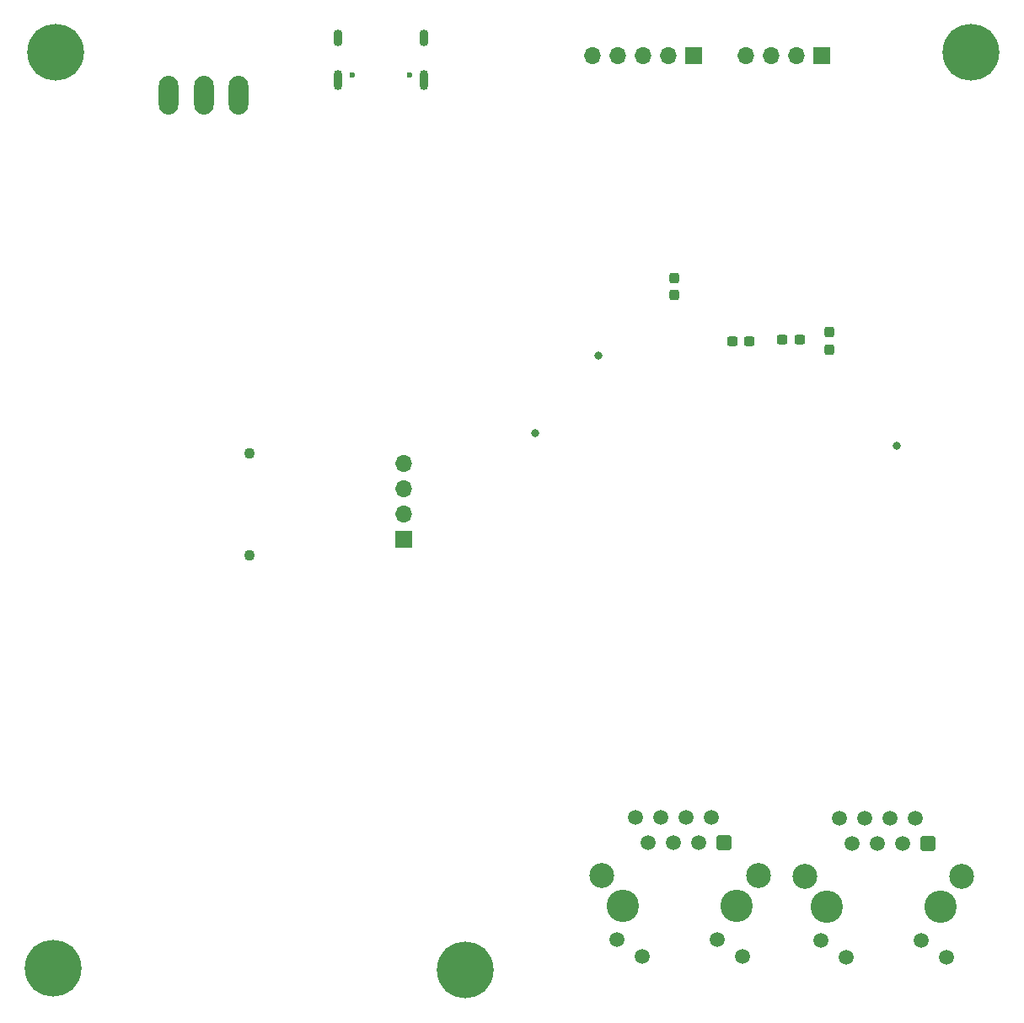
<source format=gbr>
%TF.GenerationSoftware,KiCad,Pcbnew,(6.0.11)*%
%TF.CreationDate,2023-05-21T23:05:42+09:00*%
%TF.ProjectId,STM32F4_Ethernet,53544d33-3246-4345-9f45-746865726e65,rev?*%
%TF.SameCoordinates,Original*%
%TF.FileFunction,Soldermask,Bot*%
%TF.FilePolarity,Negative*%
%FSLAX46Y46*%
G04 Gerber Fmt 4.6, Leading zero omitted, Abs format (unit mm)*
G04 Created by KiCad (PCBNEW (6.0.11)) date 2023-05-21 23:05:42*
%MOMM*%
%LPD*%
G01*
G04 APERTURE LIST*
G04 Aperture macros list*
%AMRoundRect*
0 Rectangle with rounded corners*
0 $1 Rounding radius*
0 $2 $3 $4 $5 $6 $7 $8 $9 X,Y pos of 4 corners*
0 Add a 4 corners polygon primitive as box body*
4,1,4,$2,$3,$4,$5,$6,$7,$8,$9,$2,$3,0*
0 Add four circle primitives for the rounded corners*
1,1,$1+$1,$2,$3*
1,1,$1+$1,$4,$5*
1,1,$1+$1,$6,$7*
1,1,$1+$1,$8,$9*
0 Add four rect primitives between the rounded corners*
20,1,$1+$1,$2,$3,$4,$5,0*
20,1,$1+$1,$4,$5,$6,$7,0*
20,1,$1+$1,$6,$7,$8,$9,0*
20,1,$1+$1,$8,$9,$2,$3,0*%
G04 Aperture macros list end*
%ADD10C,5.700000*%
%ADD11C,0.800000*%
%ADD12C,1.100000*%
%ADD13R,1.700000X1.700000*%
%ADD14O,1.700000X1.700000*%
%ADD15O,1.950000X3.900000*%
%ADD16C,0.600000*%
%ADD17O,0.900000X2.000000*%
%ADD18O,0.900000X1.700000*%
%ADD19C,3.250000*%
%ADD20RoundRect,0.250500X0.499500X0.499500X-0.499500X0.499500X-0.499500X-0.499500X0.499500X-0.499500X0*%
%ADD21C,1.500000*%
%ADD22C,2.500000*%
%ADD23RoundRect,0.237500X0.300000X0.237500X-0.300000X0.237500X-0.300000X-0.237500X0.300000X-0.237500X0*%
%ADD24RoundRect,0.237500X-0.237500X0.300000X-0.237500X-0.300000X0.237500X-0.300000X0.237500X0.300000X0*%
%ADD25RoundRect,0.237500X0.237500X-0.300000X0.237500X0.300000X-0.237500X0.300000X-0.237500X-0.300000X0*%
G04 APERTURE END LIST*
D10*
%TO.C,H4*%
X81200000Y-156200000D03*
%TD*%
D11*
%TO.C,SW3*%
X124500000Y-103487500D03*
%TD*%
D10*
%TO.C,H2*%
X132000000Y-64000000D03*
%TD*%
D11*
%TO.C,SW2*%
X94575000Y-94450000D03*
%TD*%
D12*
%TO.C,J5*%
X59450000Y-114495000D03*
X59450000Y-104295000D03*
%TD*%
D13*
%TO.C,J1*%
X117000000Y-64300000D03*
D14*
X114460000Y-64300000D03*
X111920000Y-64300000D03*
X109380000Y-64300000D03*
%TD*%
D10*
%TO.C,H1*%
X40000000Y-64000000D03*
%TD*%
D15*
%TO.C,U7*%
X58397180Y-68242913D03*
X54897181Y-68242913D03*
X51397180Y-68242913D03*
%TD*%
D10*
%TO.C,H3*%
X39725000Y-156000000D03*
%TD*%
D13*
%TO.C,J6*%
X74950000Y-112895000D03*
D14*
X74950000Y-110355000D03*
X74950000Y-107815000D03*
X74950000Y-105275000D03*
%TD*%
D16*
%TO.C,J7*%
X69810000Y-66250000D03*
X75590000Y-66250000D03*
D17*
X77020000Y-66730000D03*
D18*
X77020000Y-62560000D03*
D17*
X68380000Y-66730000D03*
D18*
X68380000Y-62560000D03*
%TD*%
D11*
%TO.C,SW1*%
X88192500Y-102192500D03*
%TD*%
D13*
%TO.C,J2*%
X104075000Y-64300000D03*
D14*
X101535000Y-64300000D03*
X98995000Y-64300000D03*
X96455000Y-64300000D03*
X93915000Y-64300000D03*
%TD*%
D19*
%TO.C,J3*%
X108440000Y-149750000D03*
X97010000Y-149750000D03*
D20*
X107170000Y-143400000D03*
D21*
X105900000Y-140860000D03*
X104630000Y-143400000D03*
X103360000Y-140860000D03*
X102090000Y-143400000D03*
X100820000Y-140860000D03*
X99550000Y-143400000D03*
X98280000Y-140860000D03*
X109050000Y-154830000D03*
X106510000Y-153130000D03*
X98940000Y-154830000D03*
X96400000Y-153130000D03*
D22*
X94850000Y-146700000D03*
X110600000Y-146700000D03*
%TD*%
D23*
%TO.C,C1*%
X109725000Y-93000000D03*
X108000000Y-93000000D03*
%TD*%
D24*
%TO.C,C12*%
X117700000Y-92100000D03*
X117700000Y-93825000D03*
%TD*%
D19*
%TO.C,J4*%
X128900000Y-149800000D03*
X117470000Y-149800000D03*
D20*
X127630000Y-143450000D03*
D21*
X126360000Y-140910000D03*
X125090000Y-143450000D03*
X123820000Y-140910000D03*
X122550000Y-143450000D03*
X121280000Y-140910000D03*
X120010000Y-143450000D03*
X118740000Y-140910000D03*
X129510000Y-154880000D03*
X126970000Y-153180000D03*
X119400000Y-154880000D03*
X116860000Y-153180000D03*
D22*
X115310000Y-146750000D03*
X131060000Y-146750000D03*
%TD*%
D25*
%TO.C,C9*%
X102200000Y-88362500D03*
X102200000Y-86637500D03*
%TD*%
D23*
%TO.C,C8*%
X114762500Y-92800000D03*
X113037500Y-92800000D03*
%TD*%
M02*

</source>
